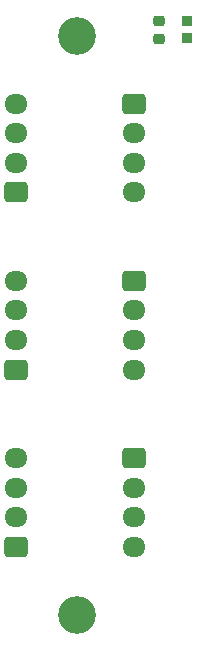
<source format=gbr>
%TF.GenerationSoftware,KiCad,Pcbnew,9.0.2*%
%TF.CreationDate,2025-06-15T01:11:38-07:00*%
%TF.ProjectId,SDM26_SplitterV1.1,53444d32-365f-4537-906c-697474657256,rev?*%
%TF.SameCoordinates,Original*%
%TF.FileFunction,Soldermask,Top*%
%TF.FilePolarity,Negative*%
%FSLAX46Y46*%
G04 Gerber Fmt 4.6, Leading zero omitted, Abs format (unit mm)*
G04 Created by KiCad (PCBNEW 9.0.2) date 2025-06-15 01:11:38*
%MOMM*%
%LPD*%
G01*
G04 APERTURE LIST*
G04 Aperture macros list*
%AMRoundRect*
0 Rectangle with rounded corners*
0 $1 Rounding radius*
0 $2 $3 $4 $5 $6 $7 $8 $9 X,Y pos of 4 corners*
0 Add a 4 corners polygon primitive as box body*
4,1,4,$2,$3,$4,$5,$6,$7,$8,$9,$2,$3,0*
0 Add four circle primitives for the rounded corners*
1,1,$1+$1,$2,$3*
1,1,$1+$1,$4,$5*
1,1,$1+$1,$6,$7*
1,1,$1+$1,$8,$9*
0 Add four rect primitives between the rounded corners*
20,1,$1+$1,$2,$3,$4,$5,0*
20,1,$1+$1,$4,$5,$6,$7,0*
20,1,$1+$1,$6,$7,$8,$9,0*
20,1,$1+$1,$8,$9,$2,$3,0*%
G04 Aperture macros list end*
%ADD10C,3.200000*%
%ADD11RoundRect,0.250000X-0.725000X0.600000X-0.725000X-0.600000X0.725000X-0.600000X0.725000X0.600000X0*%
%ADD12O,1.950000X1.700000*%
%ADD13RoundRect,0.250000X0.725000X-0.600000X0.725000X0.600000X-0.725000X0.600000X-0.725000X-0.600000X0*%
%ADD14RoundRect,0.225000X-0.250000X0.225000X-0.250000X-0.225000X0.250000X-0.225000X0.250000X0.225000X0*%
%ADD15R,0.950000X0.950000*%
G04 APERTURE END LIST*
D10*
%TO.C,H1*%
X105050000Y-125600000D03*
%TD*%
D11*
%TO.C,J4*%
X109900000Y-82350000D03*
D12*
X109900000Y-84850000D03*
X109900000Y-87350000D03*
X109900000Y-89850000D03*
%TD*%
D13*
%TO.C,J1*%
X99900000Y-119850000D03*
D12*
X99900000Y-117350000D03*
X99900000Y-114850000D03*
X99900000Y-112350000D03*
%TD*%
D14*
%TO.C,R1*%
X112000000Y-75325000D03*
X112000000Y-76875000D03*
%TD*%
D13*
%TO.C,J2*%
X99900000Y-104850000D03*
D12*
X99900000Y-102350000D03*
X99900000Y-99850000D03*
X99900000Y-97350000D03*
%TD*%
D10*
%TO.C,H2*%
X105050000Y-76600000D03*
%TD*%
D11*
%TO.C,J6*%
X109900000Y-112350000D03*
D12*
X109900000Y-114850000D03*
X109900000Y-117350000D03*
X109900000Y-119850000D03*
%TD*%
D15*
%TO.C,LED1*%
X114400000Y-76800000D03*
X114400000Y-75300000D03*
%TD*%
D13*
%TO.C,J3*%
X99900000Y-89850000D03*
D12*
X99900000Y-87350000D03*
X99900000Y-84850000D03*
X99900000Y-82350000D03*
%TD*%
D11*
%TO.C,J5*%
X109900000Y-97350000D03*
D12*
X109900000Y-99850000D03*
X109900000Y-102350000D03*
X109900000Y-104850000D03*
%TD*%
M02*

</source>
